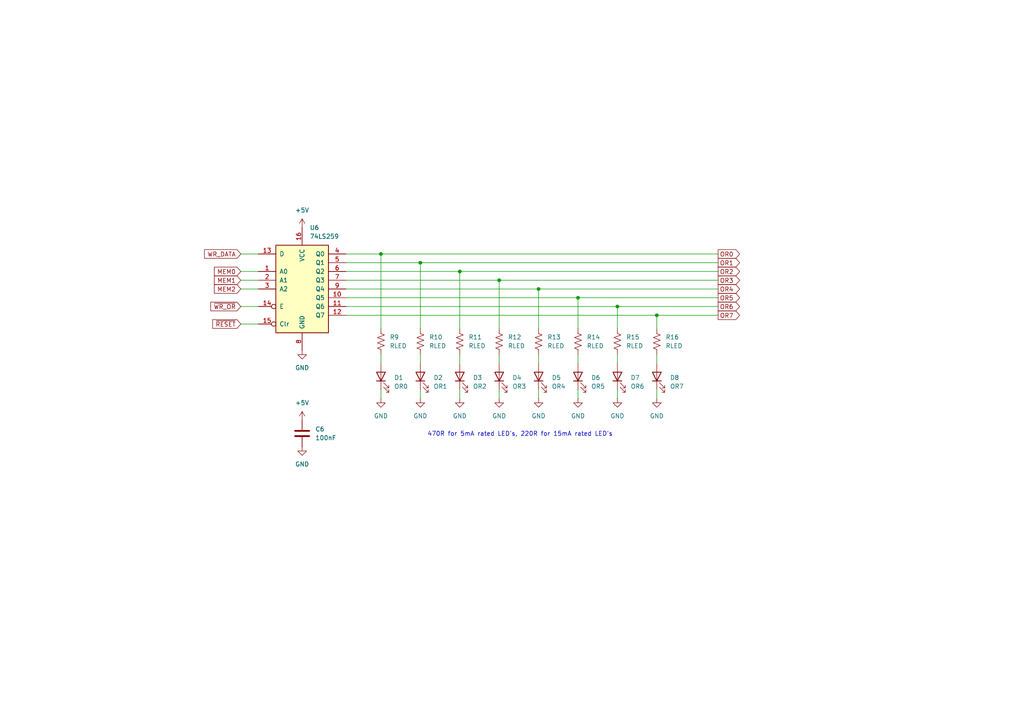
<source format=kicad_sch>
(kicad_sch (version 20231120) (generator "eeschema") (generator_version "8.0")
  (paper "A4")
  (title_block (title "UE1-TTL Memory Module") (date "2025") (rev "1") (comment 1 "Copyright (c) 2025 Rhys Weatherley") (comment 3 "Output Register"))
  (lib_symbols
    (symbol "74xx:74LS259" (pin_names (offset 1.016))
      (property "Reference" "U" (at -7.62 13.97 0))
      (property "Value" "74LS259" (at -7.62 -13.97 0))
      (symbol "74LS259_1_0"
        (pin input line (at -12.7 5.08 0) (length 5.08) (name "A0") (number "1"))
        (pin output line (at 12.7 -2.54 180) (length 5.08) (name "Q5") (number "10"))
        (pin output line (at 12.7 -5.08 180) (length 5.08) (name "Q6") (number "11"))
        (pin output line (at 12.7 -7.62 180) (length 5.08) (name "Q7") (number "12"))
        (pin input line (at -12.7 10.16 0) (length 5.08) (name "D") (number "13"))
        (pin input inverted (at -12.7 -5.08 0) (length 5.08) (name "E") (number "14"))
        (pin input inverted (at -12.7 -10.16 0) (length 5.08) (name "Clr") (number "15"))
        (pin power_in line (at 0 17.78 270) (length 5.08) (name "VCC") (number "16"))
        (pin input line (at -12.7 2.54 0) (length 5.08) (name "A1") (number "2"))
        (pin input line (at -12.7 0 0) (length 5.08) (name "A2") (number "3"))
        (pin output line (at 12.7 10.16 180) (length 5.08) (name "Q0") (number "4"))
        (pin output line (at 12.7 7.62 180) (length 5.08) (name "Q1") (number "5"))
        (pin output line (at 12.7 5.08 180) (length 5.08) (name "Q2") (number "6"))
        (pin output line (at 12.7 2.54 180) (length 5.08) (name "Q3") (number "7"))
        (pin power_in line (at 0 -17.78 90) (length 5.08) (name "GND") (number "8"))
        (pin output line (at 12.7 0 180) (length 5.08) (name "Q4") (number "9"))
      )
      (symbol "74LS259_1_1"
        (rectangle (start -7.62 12.7) (end 7.62 -12.7) (stroke (width 0.254)) (fill (type background)))
      )
    )
    (symbol "Device:C" (pin_numbers hide) (pin_names (offset 0.254))
      (property "Reference" "C" (at 0.635 2.54 0))
      (property "Value" "C" (at 0.635 -2.54 0))
      (symbol "C_0_1"
        (polyline (pts (xy -2.032 -0.762) (xy 2.032 -0.762)) (stroke (width 0.508)))
        (polyline (pts (xy -2.032 0.762) (xy 2.032 0.762)) (stroke (width 0.508)))
      )
      (symbol "C_1_1"
        (pin passive line (at 0 3.81 270) (length 2.794) (name "~") (number "1"))
        (pin passive line (at 0 -3.81 90) (length 2.794) (name "~") (number "2"))
      )
    )
    (symbol "Device:LED" (pin_numbers hide) (pin_names (offset 1.016) hide)
      (property "Reference" "D" (at 0 2.54 0))
      (property "Value" "LED" (at 0 -2.54 0))
      (symbol "LED_0_1"
        (polyline (pts (xy -1.27 -1.27) (xy -1.27 1.27)) (stroke (width 0.254)))
        (polyline (pts (xy -1.27 0) (xy 1.27 0)))
        (polyline (pts (xy 1.27 -1.27) (xy 1.27 1.27) (xy -1.27 0) (xy 1.27 -1.27)) (stroke (width 0.254)))
        (polyline (pts (xy -3.048 -0.762) (xy -4.572 -2.286) (xy -3.81 -2.286) (xy -4.572 -2.286) (xy -4.572 -1.524)))
        (polyline (pts (xy -1.778 -0.762) (xy -3.302 -2.286) (xy -2.54 -2.286) (xy -3.302 -2.286) (xy -3.302 -1.524)))
      )
      (symbol "LED_1_1"
        (pin passive line (at -3.81 0 0) (length 2.54) (name "K") (number "1"))
        (pin passive line (at 3.81 0 180) (length 2.54) (name "A") (number "2"))
      )
    )
    (symbol "Device:R_US" (pin_numbers hide) (pin_names (offset 0))
      (property "Reference" "R" (at 2.54 0 90))
      (property "Value" "R_US" (at -2.54 0 90))
      (symbol "R_US_0_1"
        (polyline (pts (xy 0 -2.286) (xy 0 -2.54)))
        (polyline (pts (xy 0 2.286) (xy 0 2.54)))
        (polyline (pts (xy 0 -0.762) (xy 1.016 -1.143) (xy 0 -1.524) (xy -1.016 -1.905) (xy 0 -2.286)))
        (polyline (pts (xy 0 0.762) (xy 1.016 0.381) (xy 0 0) (xy -1.016 -0.381) (xy 0 -0.762)))
        (polyline (pts (xy 0 2.286) (xy 1.016 1.905) (xy 0 1.524) (xy -1.016 1.143) (xy 0 0.762)))
      )
      (symbol "R_US_1_1"
        (pin passive line (at 0 3.81 270) (length 1.27) (name "~") (number "1"))
        (pin passive line (at 0 -3.81 90) (length 1.27) (name "~") (number "2"))
      )
    )
    (symbol "power:+5V" (power) (pin_numbers hide) (pin_names (offset 0) hide)
      (property "Value" "+5V" (at 0 3.556 0))
      (symbol "+5V_0_1"
        (polyline (pts (xy -0.762 1.27) (xy 0 2.54)))
        (polyline (pts (xy 0 0) (xy 0 2.54)))
        (polyline (pts (xy 0 2.54) (xy 0.762 1.27)))
      )
      (symbol "+5V_1_1"
        (pin power_in line (at 0 0 90) (length 0) (name "~") (number "1"))
      )
    )
    (symbol "power:GND" (power) (pin_numbers hide) (pin_names (offset 0) hide)
      (property "Value" "GND" (at 0 -3.81 0))
      (symbol "GND_0_1"
        (polyline (pts (xy 0 0) (xy 0 -1.27) (xy 1.27 -1.27) (xy 0 -2.54) (xy -1.27 -1.27) (xy 0 -1.27)))
      )
      (symbol "GND_1_1"
        (pin power_in line (at 0 0 270) (length 0) (name "~") (number "1"))
      )
    )
  )
  (junction (at 110.49 73.66))
  (junction (at 133.35 78.74))
  (junction (at 179.07 88.9))
  (junction (at 156.21 83.82))
  (junction (at 121.92 76.2))
  (junction (at 144.78 81.28))
  (junction (at 167.64 86.36))
  (junction (at 190.5 91.44))
  (wire (pts (xy 100.33 86.36) (xy 167.64 86.36)))
  (wire (pts (xy 100.33 91.44) (xy 190.5 91.44)))
  (wire (pts (xy 179.07 88.9) (xy 208.28 88.9)))
  (wire (pts (xy 100.33 83.82) (xy 156.21 83.82)))
  (wire (pts (xy 167.64 102.87) (xy 167.64 105.41)))
  (wire (pts (xy 190.5 91.44) (xy 208.28 91.44)))
  (wire (pts (xy 100.33 88.9) (xy 179.07 88.9)))
  (wire (pts (xy 100.33 73.66) (xy 110.49 73.66)))
  (wire (pts (xy 69.85 73.66) (xy 74.93 73.66)))
  (wire (pts (xy 121.92 76.2) (xy 208.28 76.2)))
  (wire (pts (xy 190.5 91.44) (xy 190.5 95.25)))
  (wire (pts (xy 133.35 78.74) (xy 133.35 95.25)))
  (wire (pts (xy 69.85 93.98) (xy 74.93 93.98)))
  (wire (pts (xy 156.21 102.87) (xy 156.21 105.41)))
  (wire (pts (xy 110.49 73.66) (xy 110.49 95.25)))
  (wire (pts (xy 167.64 86.36) (xy 167.64 95.25)))
  (wire (pts (xy 156.21 83.82) (xy 156.21 95.25)))
  (wire (pts (xy 121.92 102.87) (xy 121.92 105.41)))
  (wire (pts (xy 179.07 113.03) (xy 179.07 115.57)))
  (wire (pts (xy 179.07 102.87) (xy 179.07 105.41)))
  (wire (pts (xy 69.85 81.28) (xy 74.93 81.28)))
  (wire (pts (xy 167.64 113.03) (xy 167.64 115.57)))
  (wire (pts (xy 110.49 73.66) (xy 208.28 73.66)))
  (wire (pts (xy 110.49 113.03) (xy 110.49 115.57)))
  (wire (pts (xy 69.85 88.9) (xy 74.93 88.9)))
  (wire (pts (xy 100.33 78.74) (xy 133.35 78.74)))
  (wire (pts (xy 100.33 76.2) (xy 121.92 76.2)))
  (wire (pts (xy 144.78 113.03) (xy 144.78 115.57)))
  (wire (pts (xy 167.64 86.36) (xy 208.28 86.36)))
  (wire (pts (xy 133.35 78.74) (xy 208.28 78.74)))
  (wire (pts (xy 69.85 83.82) (xy 74.93 83.82)))
  (wire (pts (xy 69.85 78.74) (xy 74.93 78.74)))
  (wire (pts (xy 190.5 113.03) (xy 190.5 115.57)))
  (wire (pts (xy 133.35 102.87) (xy 133.35 105.41)))
  (wire (pts (xy 133.35 113.03) (xy 133.35 115.57)))
  (wire (pts (xy 110.49 102.87) (xy 110.49 105.41)))
  (wire (pts (xy 144.78 81.28) (xy 208.28 81.28)))
  (wire (pts (xy 100.33 81.28) (xy 144.78 81.28)))
  (wire (pts (xy 144.78 81.28) (xy 144.78 95.25)))
  (wire (pts (xy 144.78 102.87) (xy 144.78 105.41)))
  (wire (pts (xy 156.21 83.82) (xy 208.28 83.82)))
  (wire (pts (xy 190.5 102.87) (xy 190.5 105.41)))
  (wire (pts (xy 121.92 76.2) (xy 121.92 95.25)))
  (wire (pts (xy 179.07 88.9) (xy 179.07 95.25)))
  (wire (pts (xy 121.92 113.03) (xy 121.92 115.57)))
  (wire (pts (xy 156.21 113.03) (xy 156.21 115.57)))
  (text "470R for 5mA rated LED's, 220R for 15mA rated LED's" (at 123.952 125.984 0) (effects (font (size 1.27 1.27)) (justify left)))
  (global_label "OR2" (shape output) (at 208.28 78.74 0) (property "Intersheetrefs" "${INTERSHEET_REFS}" (effects (hide yes))))
  (global_label "~{RESET}" (shape input) (at 69.85 93.98 180) (property "Intersheetrefs" "${INTERSHEET_REFS}" (effects (hide yes))))
  (global_label "OR7" (shape output) (at 208.28 91.44 0) (property "Intersheetrefs" "${INTERSHEET_REFS}" (effects (hide yes))))
  (global_label "MEM0" (shape input) (at 69.85 78.74 180) (property "Intersheetrefs" "${INTERSHEET_REFS}" (effects (hide yes))))
  (global_label "WR_DATA" (shape input) (at 69.85 73.66 180) (property "Intersheetrefs" "${INTERSHEET_REFS}" (effects (hide yes))))
  (global_label "OR5" (shape output) (at 208.28 86.36 0) (property "Intersheetrefs" "${INTERSHEET_REFS}" (effects (hide yes))))
  (global_label "MEM1" (shape input) (at 69.85 81.28 180) (property "Intersheetrefs" "${INTERSHEET_REFS}" (effects (hide yes))))
  (global_label "OR6" (shape output) (at 208.28 88.9 0) (property "Intersheetrefs" "${INTERSHEET_REFS}" (effects (hide yes))))
  (global_label "OR3" (shape output) (at 208.28 81.28 0) (property "Intersheetrefs" "${INTERSHEET_REFS}" (effects (hide yes))))
  (global_label "~{WR_OR}" (shape input) (at 69.85 88.9 180) (property "Intersheetrefs" "${INTERSHEET_REFS}" (effects (hide yes))))
  (global_label "OR1" (shape output) (at 208.28 76.2 0) (property "Intersheetrefs" "${INTERSHEET_REFS}" (effects (hide yes))))
  (global_label "OR0" (shape output) (at 208.28 73.66 0) (property "Intersheetrefs" "${INTERSHEET_REFS}" (effects (hide yes))))
  (global_label "MEM2" (shape input) (at 69.85 83.82 180) (property "Intersheetrefs" "${INTERSHEET_REFS}" (effects (hide yes))))
  (global_label "OR4" (shape output) (at 208.28 83.82 0) (property "Intersheetrefs" "${INTERSHEET_REFS}" (effects (hide yes))))
  (symbol (lib_id "Device:LED") (at 133.35 109.22 90) (unit 1)
    (property "Reference" "D3" (at 137.16 109.5374 90) (effects (justify right)))
    (property "Value" "OR2" (at 137.16 112.0774 90) (effects (justify right)))
    (property "Footprint" "LED_THT:LED_D3.0mm" (effects (hide yes)))
    (property "Description" "Light emitting diode" (effects (hide yes)))
  )
  (symbol (lib_id "power:GND") (at 110.49 115.57 0) (unit 1)
    (property "Reference" "#PWR44" (effects (hide yes)))
    (property "Value" "GND" (at 110.49 120.65 0))
    (property "Description" "Power symbol creates a global label with name \"GND\" , ground" (effects (hide yes)))
  )
  (symbol (lib_id "Device:R_US") (at 110.49 99.06 0) (unit 1)
    (property "Reference" "R9" (at 113.03 97.7899 0) (effects (justify left)))
    (property "Value" "RLED" (at 113.03 100.3299 0) (effects (justify left)))
    (property "Footprint" "Resistor_THT:R_Axial_DIN0207_L6.3mm_D2.5mm_P7.62mm_Horizontal" (effects (hide yes)))
    (property "Description" "Resistor, US symbol" (effects (hide yes)))
  )
  (symbol (lib_id "power:GND") (at 87.63 101.6 0) (unit 1)
    (property "Reference" "#PWR41" (effects (hide yes)))
    (property "Value" "GND" (at 87.63 106.68 0))
    (property "Description" "Power symbol creates a global label with name \"GND\" , ground" (effects (hide yes)))
  )
  (symbol (lib_id "Device:LED") (at 167.64 109.22 90) (unit 1)
    (property "Reference" "D6" (at 171.45 109.5374 90) (effects (justify right)))
    (property "Value" "OR5" (at 171.45 112.0774 90) (effects (justify right)))
    (property "Footprint" "LED_THT:LED_D3.0mm" (effects (hide yes)))
    (property "Description" "Light emitting diode" (effects (hide yes)))
  )
  (symbol (lib_id "Device:LED") (at 179.07 109.22 90) (unit 1)
    (property "Reference" "D7" (at 182.88 109.5374 90) (effects (justify right)))
    (property "Value" "OR6" (at 182.88 112.0774 90) (effects (justify right)))
    (property "Footprint" "LED_THT:LED_D3.0mm" (effects (hide yes)))
    (property "Description" "Light emitting diode" (effects (hide yes)))
  )
  (symbol (lib_id "power:GND") (at 144.78 115.57 0) (unit 1)
    (property "Reference" "#PWR47" (effects (hide yes)))
    (property "Value" "GND" (at 144.78 120.65 0))
    (property "Description" "Power symbol creates a global label with name \"GND\" , ground" (effects (hide yes)))
  )
  (symbol (lib_id "power:+5V") (at 87.63 121.92 0) (unit 1)
    (property "Reference" "#PWR42" (effects (hide yes)))
    (property "Value" "+5V" (at 87.63 116.84 0))
    (property "Description" "Power symbol creates a global label with name \"+5V\"" (effects (hide yes)))
  )
  (symbol (lib_id "Device:R_US") (at 133.35 99.06 0) (unit 1)
    (property "Reference" "R11" (at 135.89 97.7899 0) (effects (justify left)))
    (property "Value" "RLED" (at 135.89 100.3299 0) (effects (justify left)))
    (property "Footprint" "Resistor_THT:R_Axial_DIN0207_L6.3mm_D2.5mm_P7.62mm_Horizontal" (effects (hide yes)))
    (property "Description" "Resistor, US symbol" (effects (hide yes)))
  )
  (symbol (lib_id "power:GND") (at 190.5 115.57 0) (unit 1)
    (property "Reference" "#PWR51" (effects (hide yes)))
    (property "Value" "GND" (at 190.5 120.65 0))
    (property "Description" "Power symbol creates a global label with name \"GND\" , ground" (effects (hide yes)))
  )
  (symbol (lib_id "Device:LED") (at 156.21 109.22 90) (unit 1)
    (property "Reference" "D5" (at 160.02 109.5374 90) (effects (justify right)))
    (property "Value" "OR4" (at 160.02 112.0774 90) (effects (justify right)))
    (property "Footprint" "LED_THT:LED_D3.0mm" (effects (hide yes)))
    (property "Description" "Light emitting diode" (effects (hide yes)))
  )
  (symbol (lib_id "Device:R_US") (at 167.64 99.06 0) (unit 1)
    (property "Reference" "R14" (at 170.18 97.7899 0) (effects (justify left)))
    (property "Value" "RLED" (at 170.18 100.3299 0) (effects (justify left)))
    (property "Footprint" "Resistor_THT:R_Axial_DIN0207_L6.3mm_D2.5mm_P7.62mm_Horizontal" (effects (hide yes)))
    (property "Description" "Resistor, US symbol" (effects (hide yes)))
  )
  (symbol (lib_id "Device:LED") (at 190.5 109.22 90) (unit 1)
    (property "Reference" "D8" (at 194.31 109.5374 90) (effects (justify right)))
    (property "Value" "OR7" (at 194.31 112.0774 90) (effects (justify right)))
    (property "Footprint" "LED_THT:LED_D3.0mm" (effects (hide yes)))
    (property "Description" "Light emitting diode" (effects (hide yes)))
  )
  (symbol (lib_id "power:+5V") (at 87.63 66.04 0) (unit 1)
    (property "Reference" "#PWR40" (effects (hide yes)))
    (property "Value" "+5V" (at 87.63 60.96 0))
    (property "Description" "Power symbol creates a global label with name \"+5V\"" (effects (hide yes)))
  )
  (symbol (lib_id "Device:R_US") (at 179.07 99.06 0) (unit 1)
    (property "Reference" "R15" (at 181.61 97.7899 0) (effects (justify left)))
    (property "Value" "RLED" (at 181.61 100.3299 0) (effects (justify left)))
    (property "Footprint" "Resistor_THT:R_Axial_DIN0207_L6.3mm_D2.5mm_P7.62mm_Horizontal" (effects (hide yes)))
    (property "Description" "Resistor, US symbol" (effects (hide yes)))
  )
  (symbol (lib_id "Device:R_US") (at 156.21 99.06 0) (unit 1)
    (property "Reference" "R13" (at 158.75 97.7899 0) (effects (justify left)))
    (property "Value" "RLED" (at 158.75 100.3299 0) (effects (justify left)))
    (property "Footprint" "Resistor_THT:R_Axial_DIN0207_L6.3mm_D2.5mm_P7.62mm_Horizontal" (effects (hide yes)))
    (property "Description" "Resistor, US symbol" (effects (hide yes)))
  )
  (symbol (lib_id "power:GND") (at 156.21 115.57 0) (unit 1)
    (property "Reference" "#PWR48" (effects (hide yes)))
    (property "Value" "GND" (at 156.21 120.65 0))
    (property "Description" "Power symbol creates a global label with name \"GND\" , ground" (effects (hide yes)))
  )
  (symbol (lib_id "Device:R_US") (at 121.92 99.06 0) (unit 1)
    (property "Reference" "R10" (at 124.46 97.7899 0) (effects (justify left)))
    (property "Value" "RLED" (at 124.46 100.3299 0) (effects (justify left)))
    (property "Footprint" "Resistor_THT:R_Axial_DIN0207_L6.3mm_D2.5mm_P7.62mm_Horizontal" (effects (hide yes)))
    (property "Description" "Resistor, US symbol" (effects (hide yes)))
  )
  (symbol (lib_id "power:GND") (at 167.64 115.57 0) (unit 1)
    (property "Reference" "#PWR49" (effects (hide yes)))
    (property "Value" "GND" (at 167.64 120.65 0))
    (property "Description" "Power symbol creates a global label with name \"GND\" , ground" (effects (hide yes)))
  )
  (symbol (lib_id "power:GND") (at 87.63 129.54 0) (unit 1)
    (property "Reference" "#PWR43" (effects (hide yes)))
    (property "Value" "GND" (at 87.63 134.62 0))
    (property "Description" "Power symbol creates a global label with name \"GND\" , ground" (effects (hide yes)))
  )
  (symbol (lib_id "Device:LED") (at 144.78 109.22 90) (unit 1)
    (property "Reference" "D4" (at 148.59 109.5374 90) (effects (justify right)))
    (property "Value" "OR3" (at 148.59 112.0774 90) (effects (justify right)))
    (property "Footprint" "LED_THT:LED_D3.0mm" (effects (hide yes)))
    (property "Description" "Light emitting diode" (effects (hide yes)))
  )
  (symbol (lib_id "Device:R_US") (at 144.78 99.06 0) (unit 1)
    (property "Reference" "R12" (at 147.32 97.7899 0) (effects (justify left)))
    (property "Value" "RLED" (at 147.32 100.3299 0) (effects (justify left)))
    (property "Footprint" "Resistor_THT:R_Axial_DIN0207_L6.3mm_D2.5mm_P7.62mm_Horizontal" (effects (hide yes)))
    (property "Description" "Resistor, US symbol" (effects (hide yes)))
  )
  (symbol (lib_id "Device:C") (at 87.63 125.73 0) (unit 1)
    (property "Reference" "C6" (at 91.44 124.4599 0) (effects (justify left)))
    (property "Value" "100nF" (at 91.44 126.9999 0) (effects (justify left)))
    (property "Footprint" "Capacitor_THT:C_Disc_D5.0mm_W2.5mm_P5.00mm" (effects (hide yes)))
    (property "Description" "Unpolarized capacitor" (effects (hide yes)))
  )
  (symbol (lib_id "Device:LED") (at 121.92 109.22 90) (unit 1)
    (property "Reference" "D2" (at 125.73 109.5374 90) (effects (justify right)))
    (property "Value" "OR1" (at 125.73 112.0774 90) (effects (justify right)))
    (property "Footprint" "LED_THT:LED_D3.0mm" (effects (hide yes)))
    (property "Description" "Light emitting diode" (effects (hide yes)))
  )
  (symbol (lib_id "Device:R_US") (at 190.5 99.06 0) (unit 1)
    (property "Reference" "R16" (at 193.04 97.7899 0) (effects (justify left)))
    (property "Value" "RLED" (at 193.04 100.3299 0) (effects (justify left)))
    (property "Footprint" "Resistor_THT:R_Axial_DIN0207_L6.3mm_D2.5mm_P7.62mm_Horizontal" (effects (hide yes)))
    (property "Description" "Resistor, US symbol" (effects (hide yes)))
  )
  (symbol (lib_id "74xx:74LS259") (at 87.63 83.82 0) (unit 1)
    (property "Reference" "U6" (at 89.8241 66.04 0) (effects (justify left)))
    (property "Value" "74LS259" (at 89.8241 68.58 0) (effects (justify left)))
    (property "Footprint" "Package_DIP:DIP-16_W7.62mm" (effects (hide yes)))
    (property "Datasheet" "http://www.ti.com/lit/gpn/sn74LS259" (effects (hide yes)))
    (property "Description" "8-bit addressable latch" (effects (hide yes)))
  )
  (symbol (lib_id "power:GND") (at 179.07 115.57 0) (unit 1)
    (property "Reference" "#PWR50" (effects (hide yes)))
    (property "Value" "GND" (at 179.07 120.65 0))
    (property "Description" "Power symbol creates a global label with name \"GND\" , ground" (effects (hide yes)))
  )
  (symbol (lib_id "power:GND") (at 133.35 115.57 0) (unit 1)
    (property "Reference" "#PWR46" (effects (hide yes)))
    (property "Value" "GND" (at 133.35 120.65 0))
    (property "Description" "Power symbol creates a global label with name \"GND\" , ground" (effects (hide yes)))
  )
  (symbol (lib_id "Device:LED") (at 110.49 109.22 90) (unit 1)
    (property "Reference" "D1" (at 114.3 109.5374 90) (effects (justify right)))
    (property "Value" "OR0" (at 114.3 112.0774 90) (effects (justify right)))
    (property "Footprint" "LED_THT:LED_D3.0mm" (effects (hide yes)))
    (property "Description" "Light emitting diode" (effects (hide yes)))
  )
  (symbol (lib_id "power:GND") (at 121.92 115.57 0) (unit 1)
    (property "Reference" "#PWR45" (effects (hide yes)))
    (property "Value" "GND" (at 121.92 120.65 0))
    (property "Description" "Power symbol creates a global label with name \"GND\" , ground" (effects (hide yes)))
  )
)
</source>
